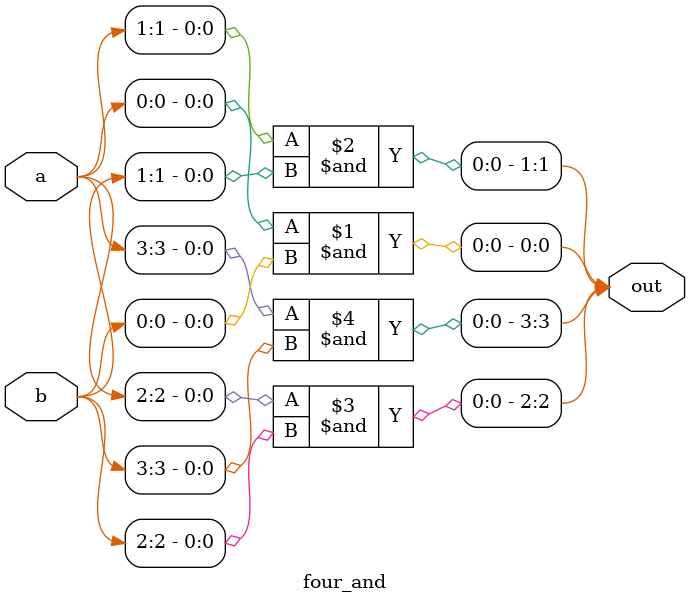
<source format=v>
`timescale 1ns / 1ps

module four_and(a, b, out);

input [3:0]a;
input [3:0]b;
output [3:0]out;

and zero(out[0], a[0], b[0]);
and one(out[1], a[1], b[1]);
and two(out[2], a[2], b[2]);
and three(out[3], a[3], b[3]);

endmodule
// When 0000 and 0000 at end, get 1111. Why?
</source>
